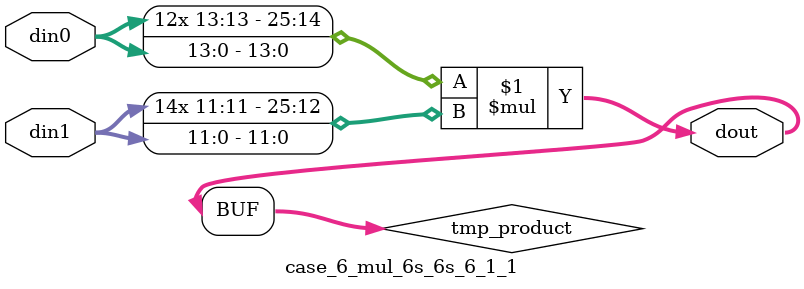
<source format=v>

`timescale 1 ns / 1 ps

 module case_6_mul_6s_6s_6_1_1(din0, din1, dout);
parameter ID = 1;
parameter NUM_STAGE = 0;
parameter din0_WIDTH = 14;
parameter din1_WIDTH = 12;
parameter dout_WIDTH = 26;

input [din0_WIDTH - 1 : 0] din0; 
input [din1_WIDTH - 1 : 0] din1; 
output [dout_WIDTH - 1 : 0] dout;

wire signed [dout_WIDTH - 1 : 0] tmp_product;



























assign tmp_product = $signed(din0) * $signed(din1);








assign dout = tmp_product;





















endmodule

</source>
